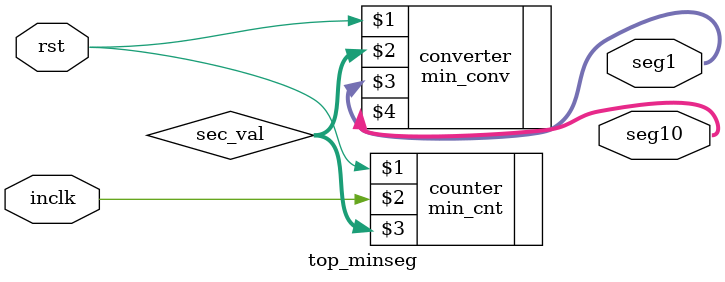
<source format=v>
module top_minseg(rst,inclk,seg1,seg10);

    input rst,inclk;

    output wire [6:0] seg1,seg10;
    wire [5:0] sec_val;

    min_cnt counter(rst,inclk,sec_val);
    min_conv converter(rst,sec_val,seg1,seg10);



endmodule // top_serst,inclk,seg1,seg10g


</source>
